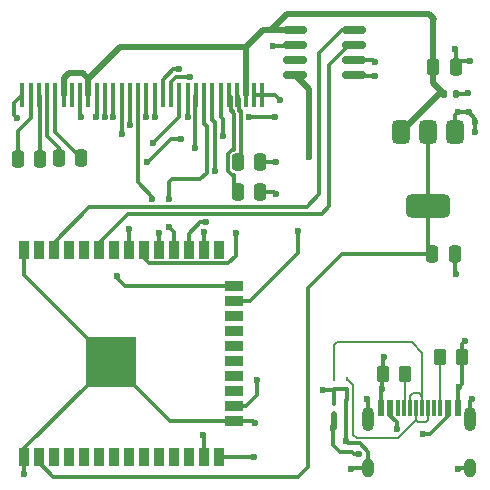
<source format=gbr>
%TF.GenerationSoftware,KiCad,Pcbnew,9.0.2*%
%TF.CreationDate,2025-07-27T17:27:23+05:30*%
%TF.ProjectId,smart_usb,736d6172-745f-4757-9362-2e6b69636164,rev?*%
%TF.SameCoordinates,Original*%
%TF.FileFunction,Copper,L1,Top*%
%TF.FilePolarity,Positive*%
%FSLAX46Y46*%
G04 Gerber Fmt 4.6, Leading zero omitted, Abs format (unit mm)*
G04 Created by KiCad (PCBNEW 9.0.2) date 2025-07-27 17:27:23*
%MOMM*%
%LPD*%
G01*
G04 APERTURE LIST*
G04 Aperture macros list*
%AMRoundRect*
0 Rectangle with rounded corners*
0 $1 Rounding radius*
0 $2 $3 $4 $5 $6 $7 $8 $9 X,Y pos of 4 corners*
0 Add a 4 corners polygon primitive as box body*
4,1,4,$2,$3,$4,$5,$6,$7,$8,$9,$2,$3,0*
0 Add four circle primitives for the rounded corners*
1,1,$1+$1,$2,$3*
1,1,$1+$1,$4,$5*
1,1,$1+$1,$6,$7*
1,1,$1+$1,$8,$9*
0 Add four rect primitives between the rounded corners*
20,1,$1+$1,$2,$3,$4,$5,0*
20,1,$1+$1,$4,$5,$6,$7,0*
20,1,$1+$1,$6,$7,$8,$9,0*
20,1,$1+$1,$8,$9,$2,$3,0*%
G04 Aperture macros list end*
%TA.AperFunction,SMDPad,CuDef*%
%ADD10RoundRect,0.375000X-0.375000X0.625000X-0.375000X-0.625000X0.375000X-0.625000X0.375000X0.625000X0*%
%TD*%
%TA.AperFunction,SMDPad,CuDef*%
%ADD11RoundRect,0.500000X-1.400000X0.500000X-1.400000X-0.500000X1.400000X-0.500000X1.400000X0.500000X0*%
%TD*%
%TA.AperFunction,SMDPad,CuDef*%
%ADD12RoundRect,0.250000X-0.250000X-0.475000X0.250000X-0.475000X0.250000X0.475000X-0.250000X0.475000X0*%
%TD*%
%TA.AperFunction,SMDPad,CuDef*%
%ADD13RoundRect,0.250000X-0.262500X-0.450000X0.262500X-0.450000X0.262500X0.450000X-0.262500X0.450000X0*%
%TD*%
%TA.AperFunction,SMDPad,CuDef*%
%ADD14R,0.600000X1.450000*%
%TD*%
%TA.AperFunction,SMDPad,CuDef*%
%ADD15R,0.300000X1.450000*%
%TD*%
%TA.AperFunction,HeatsinkPad*%
%ADD16O,1.000000X2.100000*%
%TD*%
%TA.AperFunction,HeatsinkPad*%
%ADD17O,1.000000X1.600000*%
%TD*%
%TA.AperFunction,SMDPad,CuDef*%
%ADD18RoundRect,0.147500X0.147500X0.172500X-0.147500X0.172500X-0.147500X-0.172500X0.147500X-0.172500X0*%
%TD*%
%TA.AperFunction,SMDPad,CuDef*%
%ADD19R,0.400000X2.000000*%
%TD*%
%TA.AperFunction,SMDPad,CuDef*%
%ADD20RoundRect,0.062500X0.062500X-0.117500X0.062500X0.117500X-0.062500X0.117500X-0.062500X-0.117500X0*%
%TD*%
%TA.AperFunction,SMDPad,CuDef*%
%ADD21RoundRect,0.150000X0.825000X0.150000X-0.825000X0.150000X-0.825000X-0.150000X0.825000X-0.150000X0*%
%TD*%
%TA.AperFunction,SMDPad,CuDef*%
%ADD22R,0.900000X1.500000*%
%TD*%
%TA.AperFunction,SMDPad,CuDef*%
%ADD23R,1.500000X0.900000*%
%TD*%
%TA.AperFunction,SMDPad,CuDef*%
%ADD24R,1.050000X1.050000*%
%TD*%
%TA.AperFunction,HeatsinkPad*%
%ADD25C,0.600000*%
%TD*%
%TA.AperFunction,HeatsinkPad*%
%ADD26R,4.200000X4.200000*%
%TD*%
%TA.AperFunction,SMDPad,CuDef*%
%ADD27RoundRect,0.062500X-0.062500X0.117500X-0.062500X-0.117500X0.062500X-0.117500X0.062500X0.117500X0*%
%TD*%
%TA.AperFunction,SMDPad,CuDef*%
%ADD28RoundRect,0.250000X0.262500X0.450000X-0.262500X0.450000X-0.262500X-0.450000X0.262500X-0.450000X0*%
%TD*%
%TA.AperFunction,ViaPad*%
%ADD29C,0.600000*%
%TD*%
%TA.AperFunction,Conductor*%
%ADD30C,0.300000*%
%TD*%
%TA.AperFunction,Conductor*%
%ADD31C,0.500000*%
%TD*%
%TA.AperFunction,Conductor*%
%ADD32C,0.200000*%
%TD*%
G04 APERTURE END LIST*
D10*
%TO.P,U2,1,ADJ*%
%TO.N,GND*%
X221250000Y-61100000D03*
%TO.P,U2,2,VO*%
%TO.N,+3.3V*%
X218950000Y-61100000D03*
D11*
X218950000Y-67400000D03*
D10*
%TO.P,U2,3,VI*%
%TO.N,+5V*%
X216650000Y-61100000D03*
%TD*%
D12*
%TO.P,C2,1*%
%TO.N,+3.3V*%
X219300000Y-71450000D03*
%TO.P,C2,2*%
%TO.N,GND*%
X221200000Y-71450000D03*
%TD*%
D13*
%TO.P,R2,1*%
%TO.N,Net-(J1-CC2)*%
X219987500Y-80200000D03*
%TO.P,R2,2*%
%TO.N,GND*%
X221812500Y-80200000D03*
%TD*%
D14*
%TO.P,J1,A1,GND*%
%TO.N,GND*%
X214950000Y-84505000D03*
%TO.P,J1,A4,VBUS*%
%TO.N,VBUS*%
X215750000Y-84505000D03*
D15*
%TO.P,J1,A5,CC1*%
%TO.N,Net-(J1-CC1)*%
X216950000Y-84505000D03*
%TO.P,J1,A6,D+*%
%TO.N,Net-(D2-A2)*%
X217950000Y-84505000D03*
%TO.P,J1,A7,D-*%
%TO.N,Net-(D3-A2)*%
X218450000Y-84505000D03*
%TO.P,J1,A8,SBU1*%
%TO.N,unconnected-(J1-SBU1-PadA8)*%
X219450000Y-84505000D03*
D14*
%TO.P,J1,A9,VBUS*%
%TO.N,VBUS*%
X220650000Y-84505000D03*
%TO.P,J1,A12,GND*%
%TO.N,GND*%
X221450000Y-84505000D03*
%TO.P,J1,B1,GND*%
X221450000Y-84505000D03*
%TO.P,J1,B4,VBUS*%
%TO.N,VBUS*%
X220650000Y-84505000D03*
D15*
%TO.P,J1,B5,CC2*%
%TO.N,Net-(J1-CC2)*%
X219950000Y-84505000D03*
%TO.P,J1,B6,D+*%
%TO.N,Net-(D2-A2)*%
X218950000Y-84505000D03*
%TO.P,J1,B7,D-*%
%TO.N,Net-(D3-A2)*%
X217450000Y-84505000D03*
%TO.P,J1,B8,SBU2*%
%TO.N,unconnected-(J1-SBU2-PadB8)*%
X216450000Y-84505000D03*
D14*
%TO.P,J1,B9,VBUS*%
%TO.N,VBUS*%
X215750000Y-84505000D03*
%TO.P,J1,B12,GND*%
%TO.N,GND*%
X214950000Y-84505000D03*
D16*
%TO.P,J1,S1,SHIELD*%
X213880000Y-85420000D03*
D17*
X213880000Y-89600000D03*
D16*
X222520000Y-85420000D03*
D17*
X222520000Y-89600000D03*
%TD*%
D18*
%TO.P,D1,1,K*%
%TO.N,GND*%
X221285000Y-57900000D03*
%TO.P,D1,2,A*%
%TO.N,+5V*%
X220315000Y-57900000D03*
%TD*%
D12*
%TO.P,C5,1*%
%TO.N,Net-(DS1-VCOMH)*%
X202850000Y-63700000D03*
%TO.P,C5,2*%
%TO.N,GND*%
X204750000Y-63700000D03*
%TD*%
D19*
%TO.P,DS1,1,GND*%
%TO.N,GND*%
X184600000Y-57995000D03*
%TO.P,DS1,2,C2N*%
%TO.N,Net-(DS1-C2N)*%
X185300000Y-57995000D03*
%TO.P,DS1,3,C2P*%
%TO.N,Net-(DS1-C2P)*%
X186000000Y-57995000D03*
%TO.P,DS1,4,C1P*%
%TO.N,Net-(DS1-C1P)*%
X186700000Y-57995000D03*
%TO.P,DS1,5,C1N*%
%TO.N,Net-(DS1-C1N)*%
X187400000Y-57995000D03*
%TO.P,DS1,6,VBAT*%
%TO.N,+5V*%
X188100000Y-57995000D03*
%TO.P,DS1,7,NC*%
%TO.N,unconnected-(DS1-NC-Pad7)*%
X188800000Y-57995000D03*
%TO.P,DS1,8,VSS*%
%TO.N,GND*%
X189500000Y-57995000D03*
%TO.P,DS1,9,VDD*%
%TO.N,+5V*%
X190200000Y-57995000D03*
%TO.P,DS1,10,BS0*%
%TO.N,GND*%
X190900000Y-57995000D03*
%TO.P,DS1,11,BS1*%
X191600000Y-57995000D03*
%TO.P,DS1,12,BS2*%
X192300000Y-57995000D03*
%TO.P,DS1,13,~{CS}*%
%TO.N,Net-(DS1-~{CS})*%
X193000000Y-57995000D03*
%TO.P,DS1,14,~{RES}*%
%TO.N,Net-(DS1-~{RES})*%
X193700000Y-57995000D03*
%TO.P,DS1,15,D/~{C}*%
%TO.N,Net-(DS1-D{slash}~{C})*%
X194400000Y-57995000D03*
%TO.P,DS1,16,R/~{W}*%
%TO.N,GND*%
X195100000Y-57995000D03*
%TO.P,DS1,17,E/~{RD}*%
X195800000Y-57995000D03*
%TO.P,DS1,18,D0*%
%TO.N,Net-(DS1-D0)*%
X196500000Y-57995000D03*
%TO.P,DS1,19,D1*%
%TO.N,Net-(DS1-D1)*%
X197200000Y-57995000D03*
%TO.P,DS1,20,D2*%
%TO.N,Net-(DS1-D2)*%
X197900000Y-57995000D03*
%TO.P,DS1,21,D3*%
%TO.N,Net-(DS1-D3)*%
X198600000Y-57995000D03*
%TO.P,DS1,22,D4*%
%TO.N,Net-(DS1-D4)*%
X199300000Y-57995000D03*
%TO.P,DS1,23,D5*%
%TO.N,Net-(DS1-D5)*%
X200000000Y-57995000D03*
%TO.P,DS1,24,D6*%
%TO.N,Net-(DS1-D6)*%
X200700000Y-57995000D03*
%TO.P,DS1,25,D7*%
%TO.N,Net-(DS1-D7)*%
X201400000Y-57995000D03*
%TO.P,DS1,26,IREF*%
%TO.N,Net-(DS1-IREF)*%
X202100000Y-57995000D03*
%TO.P,DS1,27,VCOMH*%
%TO.N,Net-(DS1-VCOMH)*%
X202800000Y-57995000D03*
%TO.P,DS1,28,VCC*%
%TO.N,+5V*%
X203500000Y-57995000D03*
%TO.P,DS1,29,VLSS*%
%TO.N,GND*%
X204200000Y-57995000D03*
%TO.P,DS1,30,GND*%
X204900000Y-57995000D03*
%TD*%
D20*
%TO.P,D4,1,A1*%
%TO.N,GND*%
X211000000Y-84152500D03*
%TO.P,D4,2,A2*%
%TO.N,VBUS*%
X211000000Y-84992500D03*
%TD*%
D21*
%TO.P,U1,1,A1*%
%TO.N,GND*%
X212675000Y-56305000D03*
%TO.P,U1,2,A0*%
X212675000Y-55035000D03*
%TO.P,U1,3,SDA*%
%TO.N,SDA*%
X212675000Y-53765000D03*
%TO.P,U1,4,SCL*%
%TO.N,SCL*%
X212675000Y-52495000D03*
%TO.P,U1,5,VS*%
%TO.N,+5V*%
X207725000Y-52495000D03*
%TO.P,U1,6,GND*%
%TO.N,GND*%
X207725000Y-53765000D03*
%TO.P,U1,7,IN-*%
%TO.N,VBUS_FEMALE*%
X207725000Y-55035000D03*
%TO.P,U1,8,IN+*%
%TO.N,VBUS*%
X207725000Y-56305000D03*
%TD*%
D22*
%TO.P,U3,1,GND*%
%TO.N,GND*%
X184735000Y-88645000D03*
%TO.P,U3,2,VDD*%
%TO.N,+3.3V*%
X186005000Y-88645000D03*
%TO.P,U3,3,EN*%
%TO.N,unconnected-(U3-EN-Pad3)*%
X187275000Y-88645000D03*
%TO.P,U3,4,SENSOR_VP*%
%TO.N,unconnected-(U3-SENSOR_VP-Pad4)*%
X188545000Y-88645000D03*
%TO.P,U3,5,SENSOR_VN*%
%TO.N,unconnected-(U3-SENSOR_VN-Pad5)*%
X189815000Y-88645000D03*
%TO.P,U3,6,IO34*%
%TO.N,unconnected-(U3-IO34-Pad6)*%
X191085000Y-88645000D03*
%TO.P,U3,7,IO35*%
%TO.N,unconnected-(U3-IO35-Pad7)*%
X192355000Y-88645000D03*
%TO.P,U3,8,IO32*%
%TO.N,unconnected-(U3-IO32-Pad8)*%
X193625000Y-88645000D03*
%TO.P,U3,9,IO33*%
%TO.N,unconnected-(U3-IO33-Pad9)*%
X194895000Y-88645000D03*
%TO.P,U3,10,IO25*%
%TO.N,unconnected-(U3-IO25-Pad10)*%
X196165000Y-88645000D03*
%TO.P,U3,11,IO26*%
%TO.N,unconnected-(U3-IO26-Pad11)*%
X197435000Y-88645000D03*
%TO.P,U3,12,IO27*%
%TO.N,unconnected-(U3-IO27-Pad12)*%
X198705000Y-88645000D03*
%TO.P,U3,13,IO14*%
%TO.N,Net-(DS1-D2)*%
X199975000Y-88645000D03*
%TO.P,U3,14,IO12*%
%TO.N,Net-(DS1-D0)*%
X201245000Y-88645000D03*
D23*
%TO.P,U3,15,GND*%
%TO.N,GND*%
X202495000Y-85605000D03*
%TO.P,U3,16,IO13*%
%TO.N,Net-(DS1-D1)*%
X202495000Y-84335000D03*
%TO.P,U3,17,SHD/SD2*%
%TO.N,unconnected-(U3-SHD{slash}SD2-Pad17)*%
X202495000Y-83065000D03*
%TO.P,U3,18,SWP/SD3*%
%TO.N,unconnected-(U3-SWP{slash}SD3-Pad18)*%
X202495000Y-81795000D03*
%TO.P,U3,19,SCS/CMD*%
%TO.N,unconnected-(U3-SCS{slash}CMD-Pad19)*%
X202495000Y-80525000D03*
%TO.P,U3,20,SCK/CLK*%
%TO.N,unconnected-(U3-SCK{slash}CLK-Pad20)*%
X202495000Y-79255000D03*
%TO.P,U3,21,SDO/SD0*%
%TO.N,unconnected-(U3-SDO{slash}SD0-Pad21)*%
X202495000Y-77985000D03*
%TO.P,U3,22,SDI/SD1*%
%TO.N,unconnected-(U3-SDI{slash}SD1-Pad22)*%
X202495000Y-76715000D03*
%TO.P,U3,23,IO15*%
%TO.N,Net-(DS1-D3)*%
X202495000Y-75445000D03*
%TO.P,U3,24,IO2*%
%TO.N,Net-(DS1-~{CS})*%
X202495000Y-74175000D03*
D22*
%TO.P,U3,25,IO0*%
%TO.N,unconnected-(U3-IO0-Pad25)*%
X201245000Y-71145000D03*
%TO.P,U3,26,IO4*%
%TO.N,Net-(DS1-~{RES})*%
X199975000Y-71145000D03*
%TO.P,U3,27,IO16*%
%TO.N,Net-(DS1-D4)*%
X198705000Y-71145000D03*
%TO.P,U3,28,IO17*%
%TO.N,Net-(DS1-D5)*%
X197435000Y-71145000D03*
%TO.P,U3,29,IO5*%
%TO.N,Net-(DS1-D{slash}~{C})*%
X196165000Y-71145000D03*
%TO.P,U3,30,IO18*%
%TO.N,Net-(DS1-D6)*%
X194895000Y-71145000D03*
%TO.P,U3,31,IO19*%
%TO.N,Net-(DS1-D7)*%
X193625000Y-71145000D03*
%TO.P,U3,32,NC*%
%TO.N,unconnected-(U3-NC-Pad32)*%
X192355000Y-71145000D03*
%TO.P,U3,33,IO21*%
%TO.N,SDA*%
X191085000Y-71145000D03*
%TO.P,U3,34,RXD0/IO3*%
%TO.N,unconnected-(U3-RXD0{slash}IO3-Pad34)*%
X189815000Y-71145000D03*
%TO.P,U3,35,TXD0/IO1*%
%TO.N,unconnected-(U3-TXD0{slash}IO1-Pad35)*%
X188545000Y-71145000D03*
%TO.P,U3,36,IO22*%
%TO.N,SCL*%
X187275000Y-71145000D03*
%TO.P,U3,37,IO23*%
%TO.N,unconnected-(U3-IO23-Pad37)*%
X186005000Y-71145000D03*
%TO.P,U3,38,GND*%
%TO.N,GND*%
X184735000Y-71145000D03*
D24*
%TO.P,U3,39,GND*%
X190550000Y-82100000D03*
D25*
X191312500Y-82100000D03*
D24*
X192075000Y-82100000D03*
D25*
X192837500Y-82100000D03*
D24*
X193600000Y-82100000D03*
D25*
X190550000Y-81337500D03*
X192075000Y-81337500D03*
X193600000Y-81337500D03*
D24*
X190550000Y-80575000D03*
D25*
X191312500Y-80575000D03*
D24*
X192075000Y-80575000D03*
D26*
X192075000Y-80575000D03*
D25*
X192837500Y-80575000D03*
D24*
X193600000Y-80575000D03*
D25*
X190550000Y-79812500D03*
X192075000Y-79812500D03*
X193600000Y-79812500D03*
D24*
X190550000Y-79050000D03*
D25*
X191312500Y-79050000D03*
D24*
X192075000Y-79050000D03*
D25*
X192837500Y-79050000D03*
D24*
X193600000Y-79050000D03*
%TD*%
D27*
%TO.P,D3,1,A1*%
%TO.N,GND*%
X211000000Y-82847500D03*
%TO.P,D3,2,A2*%
%TO.N,Net-(D3-A2)*%
X211000000Y-82007500D03*
%TD*%
D12*
%TO.P,R3,1*%
%TO.N,Net-(DS1-IREF)*%
X202850000Y-66200000D03*
%TO.P,R3,2*%
%TO.N,GND*%
X204750000Y-66200000D03*
%TD*%
D27*
%TO.P,D2,1,A1*%
%TO.N,GND*%
X212050000Y-82847500D03*
%TO.P,D2,2,A2*%
%TO.N,Net-(D2-A2)*%
X212050000Y-82007500D03*
%TD*%
D12*
%TO.P,C3,1*%
%TO.N,Net-(DS1-C2N)*%
X184200000Y-63400000D03*
%TO.P,C3,2*%
%TO.N,Net-(DS1-C2P)*%
X186100000Y-63400000D03*
%TD*%
D28*
%TO.P,R1,1*%
%TO.N,Net-(J1-CC1)*%
X216962500Y-81600000D03*
%TO.P,R1,2*%
%TO.N,GND*%
X215137500Y-81600000D03*
%TD*%
D12*
%TO.P,C4,1*%
%TO.N,Net-(DS1-C1P)*%
X187700000Y-63300000D03*
%TO.P,C4,2*%
%TO.N,Net-(DS1-C1N)*%
X189600000Y-63300000D03*
%TD*%
%TO.P,C1,1*%
%TO.N,+5V*%
X219400000Y-55600000D03*
%TO.P,C1,2*%
%TO.N,GND*%
X221300000Y-55600000D03*
%TD*%
D29*
%TO.N,GND*%
X222700000Y-83750000D03*
X195850000Y-59850000D03*
X222500000Y-55100000D03*
X212020380Y-87310380D03*
X214450000Y-56350000D03*
X221500000Y-59450000D03*
X205800000Y-53850000D03*
X192300000Y-59850000D03*
X184735000Y-90075000D03*
X190800000Y-59850000D03*
X221550000Y-82750000D03*
X214450000Y-55200000D03*
X191600000Y-59850000D03*
X222950000Y-61150000D03*
X212450000Y-89700000D03*
X222050000Y-78800000D03*
X222400000Y-59450000D03*
X221200000Y-54100000D03*
X189550000Y-59850000D03*
X210100000Y-82950000D03*
X204300000Y-85750000D03*
X222300000Y-57850000D03*
X221300000Y-73150000D03*
X195050000Y-59850000D03*
X222950000Y-60250000D03*
X206100000Y-63700000D03*
X215050000Y-82900000D03*
X213750000Y-83750000D03*
X206400000Y-58400000D03*
X215200000Y-80200000D03*
X206050000Y-66350000D03*
X221500000Y-89650000D03*
X184150000Y-59950000D03*
%TO.N,VBUS*%
X210925000Y-86225000D03*
X216291735Y-86291735D03*
X213100000Y-88350000D03*
X208875000Y-63250000D03*
X218550000Y-86725000D03*
%TO.N,Net-(DS1-D7)*%
X201550000Y-61500000D03*
X193600000Y-69350000D03*
X198050000Y-61750000D03*
X195179346Y-63700000D03*
%TO.N,Net-(DS1-D3)*%
X206000000Y-59850000D03*
X198600000Y-59850000D03*
X207950000Y-69550000D03*
X203800000Y-59850000D03*
%TO.N,Net-(DS1-~{RES})*%
X200000000Y-69600000D03*
X193700000Y-60500000D03*
%TO.N,Net-(DS1-D{slash}~{C})*%
X196150000Y-69650000D03*
X195600000Y-66800000D03*
%TO.N,Net-(DS1-D2)*%
X195700000Y-62050000D03*
X199900000Y-86800000D03*
%TO.N,Net-(DS1-D0)*%
X197900000Y-55800000D03*
X204175000Y-88650000D03*
%TO.N,Net-(DS1-D6)*%
X200900000Y-64450000D03*
X202700000Y-69700000D03*
%TO.N,Net-(DS1-~{CS})*%
X192650000Y-73350000D03*
X193000000Y-61300000D03*
%TO.N,Net-(DS1-D1)*%
X204450000Y-82100000D03*
X198800000Y-56494998D03*
%TO.N,Net-(DS1-D4)*%
X199250000Y-62500000D03*
X200109620Y-68790380D03*
%TO.N,Net-(DS1-D5)*%
X197050000Y-66800000D03*
X197050000Y-69200000D03*
%TD*%
D30*
%TO.N,GND*%
X184735000Y-71145000D02*
X184735000Y-73235000D01*
X195800000Y-59800000D02*
X195850000Y-59850000D01*
X184735000Y-87915000D02*
X190550000Y-82100000D01*
X183900000Y-59700000D02*
X183900000Y-58695000D01*
X213880000Y-88209346D02*
X213880000Y-89600000D01*
X191600000Y-57995000D02*
X191600000Y-59850000D01*
X202495000Y-85605000D02*
X197105000Y-85605000D01*
X222520000Y-83930000D02*
X222700000Y-83750000D01*
X189500000Y-57995000D02*
X189500000Y-59800000D01*
X221812500Y-80200000D02*
X221812500Y-79037500D01*
X221300000Y-54200000D02*
X221200000Y-54100000D01*
X221200000Y-73050000D02*
X221300000Y-73150000D01*
X205800000Y-53850000D02*
X207640000Y-53850000D01*
X211000000Y-84152500D02*
X211000000Y-82847500D01*
X222400000Y-59450000D02*
X221500000Y-59450000D01*
X184735000Y-90075000D02*
X184735000Y-88645000D01*
X195100000Y-59800000D02*
X195050000Y-59850000D01*
X221550000Y-89600000D02*
X221500000Y-89650000D01*
X207640000Y-53850000D02*
X207725000Y-53765000D01*
X222950000Y-60000000D02*
X222400000Y-59450000D01*
X213750000Y-83750000D02*
X213800000Y-83750000D01*
X204750000Y-66200000D02*
X205900000Y-66200000D01*
X212000000Y-83830000D02*
X212050000Y-83780000D01*
X190900000Y-57995000D02*
X190900000Y-59750000D01*
X214950000Y-84505000D02*
X214950000Y-83000000D01*
X212211000Y-87501000D02*
X213171654Y-87501000D01*
X189500000Y-59800000D02*
X189550000Y-59850000D01*
X213171654Y-87501000D02*
X213880000Y-88209346D01*
X204750000Y-63700000D02*
X206100000Y-63700000D01*
X221812500Y-79037500D02*
X222050000Y-78800000D01*
X222250000Y-57900000D02*
X222300000Y-57850000D01*
X205995000Y-57995000D02*
X204900000Y-57995000D01*
X221450000Y-82850000D02*
X221550000Y-82750000D01*
X204200000Y-57995000D02*
X204900000Y-57995000D01*
X221285000Y-57900000D02*
X222250000Y-57900000D01*
X212050000Y-82847500D02*
X211000000Y-82847500D01*
X204155000Y-85605000D02*
X204300000Y-85750000D01*
X212000000Y-87290000D02*
X212000000Y-83830000D01*
X197105000Y-85605000D02*
X193600000Y-82100000D01*
X184735000Y-73235000D02*
X190550000Y-79050000D01*
X221812500Y-80200000D02*
X221812500Y-82487500D01*
X222520000Y-89600000D02*
X221550000Y-89600000D01*
X205900000Y-66200000D02*
X206050000Y-66350000D01*
X215050000Y-81687500D02*
X215137500Y-81600000D01*
X190900000Y-59750000D02*
X190800000Y-59850000D01*
X210100000Y-82950000D02*
X210897500Y-82950000D01*
X215137500Y-80262500D02*
X215200000Y-80200000D01*
X206400000Y-58400000D02*
X205995000Y-57995000D01*
X214950000Y-83000000D02*
X215050000Y-82900000D01*
X221250000Y-61100000D02*
X221250000Y-59700000D01*
X184150000Y-59950000D02*
X183900000Y-59700000D01*
X222500000Y-55100000D02*
X221800000Y-55100000D01*
X221450000Y-84505000D02*
X221450000Y-82850000D01*
X192300000Y-57995000D02*
X192300000Y-59850000D01*
X221200000Y-71450000D02*
X221200000Y-73050000D01*
X221800000Y-55100000D02*
X221300000Y-55600000D01*
X215137500Y-81600000D02*
X215137500Y-80262500D01*
X212720000Y-56350000D02*
X212675000Y-56305000D01*
X212675000Y-55035000D02*
X214285000Y-55035000D01*
X213880000Y-89600000D02*
X212550000Y-89600000D01*
X195100000Y-57995000D02*
X195100000Y-59800000D01*
X222520000Y-85420000D02*
X222520000Y-83930000D01*
X212550000Y-89600000D02*
X212450000Y-89700000D01*
X221250000Y-59700000D02*
X221500000Y-59450000D01*
X183900000Y-58695000D02*
X184600000Y-57995000D01*
X210897500Y-82950000D02*
X211000000Y-82847500D01*
X202495000Y-85605000D02*
X204155000Y-85605000D01*
X221812500Y-82487500D02*
X221550000Y-82750000D01*
X184735000Y-88645000D02*
X184735000Y-87915000D01*
X212020380Y-87310380D02*
X212000000Y-87290000D01*
X222950000Y-60250000D02*
X222950000Y-60000000D01*
X213880000Y-83830000D02*
X213880000Y-85420000D01*
X213800000Y-83750000D02*
X213880000Y-83830000D01*
X195800000Y-57995000D02*
X195800000Y-59800000D01*
X215050000Y-82900000D02*
X215050000Y-81687500D01*
X212020380Y-87310380D02*
X212211000Y-87501000D01*
X214285000Y-55035000D02*
X214450000Y-55200000D01*
X221300000Y-55600000D02*
X221300000Y-54200000D01*
X214450000Y-56350000D02*
X212720000Y-56350000D01*
X222950000Y-61150000D02*
X222950000Y-60250000D01*
X212050000Y-83780000D02*
X212050000Y-82847500D01*
D31*
%TO.N,+5V*%
X219400000Y-51600000D02*
X219400000Y-55600000D01*
X192850000Y-53950000D02*
X203500000Y-53950000D01*
X219400000Y-56985000D02*
X220315000Y-57900000D01*
X205650000Y-52495000D02*
X207725000Y-52495000D01*
X188100000Y-57995000D02*
X188100000Y-56550000D01*
X203500000Y-53950000D02*
X204955000Y-52495000D01*
X189700000Y-56100000D02*
X190200000Y-56600000D01*
X206994000Y-51151000D02*
X219051000Y-51151000D01*
X219850000Y-57900000D02*
X220315000Y-57900000D01*
X188550000Y-56100000D02*
X189700000Y-56100000D01*
X190200000Y-56600000D02*
X192850000Y-53950000D01*
X219400000Y-55600000D02*
X219400000Y-56985000D01*
X205650000Y-52495000D02*
X206994000Y-51151000D01*
X216650000Y-61100000D02*
X219850000Y-57900000D01*
X219051000Y-51151000D02*
X219450000Y-51550000D01*
X190200000Y-56600000D02*
X190200000Y-57995000D01*
X188100000Y-56550000D02*
X188550000Y-56100000D01*
X203500000Y-57995000D02*
X203500000Y-53950000D01*
X219450000Y-51550000D02*
X219400000Y-51600000D01*
X204955000Y-52495000D02*
X205650000Y-52495000D01*
D30*
%TO.N,+3.3V*%
X218950000Y-71100000D02*
X219300000Y-71450000D01*
X187200000Y-90300000D02*
X186005000Y-89105000D01*
X218950000Y-67400000D02*
X218950000Y-71100000D01*
X208750000Y-74350000D02*
X208750000Y-89450000D01*
X186005000Y-89105000D02*
X186005000Y-88645000D01*
X211650000Y-71450000D02*
X208750000Y-74350000D01*
X218950000Y-61100000D02*
X218950000Y-67400000D01*
X219300000Y-71450000D02*
X211650000Y-71450000D01*
X207900000Y-90300000D02*
X187200000Y-90300000D01*
X208750000Y-89450000D02*
X207900000Y-90300000D01*
%TO.N,Net-(DS1-C2N)*%
X185300000Y-57995000D02*
X185300000Y-59925000D01*
X184200000Y-61025000D02*
X184200000Y-63400000D01*
X185300000Y-59925000D02*
X184200000Y-61025000D01*
%TO.N,Net-(DS1-C2P)*%
X186100000Y-58095000D02*
X186000000Y-57995000D01*
X186100000Y-63400000D02*
X186100000Y-58095000D01*
%TO.N,Net-(DS1-C1P)*%
X186700000Y-57995000D02*
X186700000Y-61450000D01*
X186700000Y-61450000D02*
X187700000Y-62450000D01*
X187700000Y-62450000D02*
X187700000Y-63300000D01*
%TO.N,Net-(DS1-C1N)*%
X189600000Y-63300000D02*
X187400000Y-61100000D01*
X187400000Y-61100000D02*
X187400000Y-57995000D01*
%TO.N,Net-(DS1-VCOMH)*%
X202850000Y-63700000D02*
X203150000Y-63400000D01*
X202949000Y-59346000D02*
X202949000Y-58293942D01*
X202899000Y-58094000D02*
X202800000Y-57995000D01*
X203150000Y-59346000D02*
X202949000Y-59346000D01*
X202899000Y-58243942D02*
X202899000Y-58094000D01*
X203150000Y-63400000D02*
X203150000Y-59346000D01*
X202949000Y-58293942D02*
X202899000Y-58243942D01*
D32*
%TO.N,Net-(D2-A2)*%
X218782000Y-85650000D02*
X218100000Y-85650000D01*
X217950000Y-85500000D02*
X217950000Y-84505000D01*
X212900000Y-87050000D02*
X212600000Y-86750000D01*
X218100000Y-85650000D02*
X217950000Y-85500000D01*
X218950000Y-84505000D02*
X218950000Y-85482000D01*
X216382000Y-87050000D02*
X212900000Y-87050000D01*
X217950000Y-85482000D02*
X216382000Y-87050000D01*
X212600000Y-86750000D02*
X212600000Y-82557500D01*
X212600000Y-82557500D02*
X212050000Y-82007500D01*
X217950000Y-84505000D02*
X217950000Y-85482000D01*
X218950000Y-85482000D02*
X218782000Y-85650000D01*
%TO.N,Net-(D3-A2)*%
X211000000Y-79200000D02*
X211000000Y-82007500D01*
X218172000Y-83250000D02*
X217700000Y-83250000D01*
X211250000Y-78950000D02*
X211000000Y-79200000D01*
X217600000Y-78950000D02*
X211250000Y-78950000D01*
X218450000Y-84505000D02*
X218450000Y-83528000D01*
X218450000Y-79800000D02*
X217600000Y-78950000D01*
X217450000Y-83500000D02*
X217450000Y-84505000D01*
X218450000Y-83528000D02*
X218172000Y-83250000D01*
X217700000Y-83250000D02*
X217450000Y-83500000D01*
X218450000Y-84505000D02*
X218450000Y-79800000D01*
D30*
%TO.N,VBUS*%
X213100000Y-88350000D02*
X212720000Y-88350000D01*
X212550000Y-88180000D02*
X211500000Y-88180000D01*
X220650000Y-84505000D02*
X220650000Y-85175000D01*
X220650000Y-85175000D02*
X219100000Y-86725000D01*
X210925000Y-87605000D02*
X210925000Y-86225000D01*
X215750000Y-84505000D02*
X215750000Y-85175000D01*
X211500000Y-88180000D02*
X210925000Y-87605000D01*
D31*
X211000000Y-86150000D02*
X210925000Y-86225000D01*
D30*
X219100000Y-86725000D02*
X218550000Y-86725000D01*
D31*
X207725000Y-56305000D02*
X208875000Y-57455000D01*
D30*
X212720000Y-88350000D02*
X212550000Y-88180000D01*
D31*
X208875000Y-57455000D02*
X208875000Y-63250000D01*
X211000000Y-84992500D02*
X211000000Y-86150000D01*
D30*
X215750000Y-85175000D02*
X216291735Y-85716735D01*
X216291735Y-85716735D02*
X216291735Y-86291735D01*
%TO.N,Net-(DS1-IREF)*%
X202500000Y-59605521D02*
X202448000Y-59553521D01*
X202344130Y-64776000D02*
X201999000Y-64430870D01*
X202500000Y-65850000D02*
X202500000Y-64776000D01*
X202249000Y-58144000D02*
X202100000Y-57995000D01*
X202249000Y-59346000D02*
X202249000Y-58144000D01*
X202448000Y-59553521D02*
X202448000Y-59346000D01*
X202448000Y-59346000D02*
X202249000Y-59346000D01*
X202344130Y-62624000D02*
X202500000Y-62624000D01*
X202850000Y-66200000D02*
X202500000Y-65850000D01*
X202500000Y-62624000D02*
X202500000Y-59605521D01*
X201999000Y-62969130D02*
X202344130Y-62624000D01*
X201999000Y-64430870D02*
X201999000Y-62969130D01*
X202500000Y-64776000D02*
X202344130Y-64776000D01*
%TO.N,Net-(DS1-D7)*%
X201550000Y-60000000D02*
X201550000Y-61500000D01*
X195179346Y-63700000D02*
X195250000Y-63700000D01*
X201400000Y-59850000D02*
X201400000Y-57995000D01*
X195250000Y-63700000D02*
X197200000Y-61750000D01*
X193625000Y-69375000D02*
X193600000Y-69350000D01*
X201400000Y-59850000D02*
X201550000Y-60000000D01*
X197200000Y-61750000D02*
X198050000Y-61750000D01*
X193625000Y-71145000D02*
X193625000Y-69375000D01*
%TO.N,Net-(DS1-D3)*%
X206000000Y-59850000D02*
X203800000Y-59850000D01*
X198600000Y-57995000D02*
X198600000Y-59850000D01*
X207950000Y-71408521D02*
X207950000Y-69550000D01*
X202495000Y-75445000D02*
X203913521Y-75445000D01*
X203913521Y-75445000D02*
X207950000Y-71408521D01*
%TO.N,Net-(DS1-~{RES})*%
X199975000Y-69625000D02*
X200000000Y-69600000D01*
X193700000Y-60500000D02*
X193700000Y-57995000D01*
X199975000Y-71145000D02*
X199975000Y-69625000D01*
%TO.N,Net-(DS1-D{slash}~{C})*%
X196165000Y-69665000D02*
X196150000Y-69650000D01*
X195600000Y-66800000D02*
X195600000Y-66600000D01*
X194400000Y-65400000D02*
X194400000Y-57995000D01*
X195600000Y-66600000D02*
X194400000Y-65400000D01*
X196165000Y-71145000D02*
X196165000Y-69665000D01*
%TO.N,Net-(DS1-D2)*%
X199975000Y-86875000D02*
X199900000Y-86800000D01*
X195700000Y-62050000D02*
X197900000Y-59850000D01*
X197900000Y-59850000D02*
X197900000Y-57995000D01*
X199975000Y-88645000D02*
X199975000Y-86875000D01*
%TO.N,Net-(DS1-D0)*%
X196500000Y-57995000D02*
X196500000Y-56695000D01*
X196500000Y-56695000D02*
X197395000Y-55800000D01*
X204175000Y-88650000D02*
X204170000Y-88645000D01*
X204170000Y-88645000D02*
X201245000Y-88645000D01*
X197395000Y-55800000D02*
X197900000Y-55800000D01*
%TO.N,Net-(DS1-D6)*%
X202046000Y-72246000D02*
X202700000Y-71592000D01*
X200900000Y-64450000D02*
X200900000Y-60316137D01*
X195364000Y-72246000D02*
X202046000Y-72246000D01*
X200700000Y-60116137D02*
X200700000Y-57995000D01*
X202700000Y-71592000D02*
X202700000Y-69700000D01*
X200900000Y-60316137D02*
X200700000Y-60116137D01*
X194895000Y-71777000D02*
X195364000Y-72246000D01*
X194895000Y-71145000D02*
X194895000Y-71777000D01*
%TO.N,Net-(DS1-~{CS})*%
X193000000Y-57995000D02*
X193000000Y-61300000D01*
X193325000Y-74175000D02*
X202495000Y-74175000D01*
X192650000Y-73350000D02*
X192650000Y-73500000D01*
X192650000Y-73500000D02*
X193325000Y-74175000D01*
%TO.N,Net-(DS1-D1)*%
X197200000Y-57995000D02*
X197200000Y-56881346D01*
X204450000Y-83430000D02*
X204450000Y-82100000D01*
X197200000Y-56881346D02*
X197581346Y-56500000D01*
X197581346Y-56500000D02*
X198800000Y-56500000D01*
X202495000Y-84335000D02*
X203545000Y-84335000D01*
X198800000Y-56500000D02*
X198800000Y-56494998D01*
X203545000Y-84335000D02*
X204450000Y-83430000D01*
%TO.N,Net-(DS1-D4)*%
X198705000Y-69755000D02*
X198705000Y-71145000D01*
X199669620Y-68790380D02*
X198705000Y-69755000D01*
X199250000Y-58045000D02*
X199300000Y-57995000D01*
X199250000Y-62500000D02*
X199250000Y-58045000D01*
X200109620Y-68790380D02*
X199669620Y-68790380D01*
%TO.N,Net-(DS1-D5)*%
X197050000Y-66800000D02*
X197050000Y-65352000D01*
X197435000Y-71145000D02*
X197435000Y-69585000D01*
X197435000Y-69585000D02*
X197050000Y-69200000D01*
X199610327Y-65150000D02*
X200200000Y-64560327D01*
X197050000Y-65352000D02*
X197252000Y-65150000D01*
X200200000Y-60650000D02*
X200000000Y-60450000D01*
X200000000Y-60450000D02*
X200000000Y-57995000D01*
X200200000Y-64560327D02*
X200200000Y-60650000D01*
X197252000Y-65150000D02*
X199610327Y-65150000D01*
D32*
%TO.N,Net-(J1-CC2)*%
X219950000Y-80237500D02*
X219987500Y-80200000D01*
X219950000Y-84505000D02*
X219950000Y-80237500D01*
%TO.N,Net-(J1-CC1)*%
X216962500Y-81600000D02*
X216962500Y-84492500D01*
X216962500Y-84492500D02*
X216950000Y-84505000D01*
D30*
%TO.N,SCL*%
X187275000Y-70513000D02*
X187275000Y-71145000D01*
X211700001Y-52495000D02*
X209750000Y-54445001D01*
X212675000Y-52495000D02*
X211700001Y-52495000D01*
X209750000Y-54445001D02*
X209750000Y-66400000D01*
X190288000Y-67500000D02*
X187275000Y-70513000D01*
X208702000Y-67500000D02*
X208702000Y-67448000D01*
X208702000Y-67448000D02*
X209750000Y-66400000D01*
X208702000Y-67500000D02*
X190288000Y-67500000D01*
%TO.N,SDA*%
X210600000Y-55422322D02*
X210600000Y-67400000D01*
X210600000Y-67400000D02*
X209950000Y-68050000D01*
X212675000Y-53765000D02*
X212257322Y-53765000D01*
X209950000Y-68050000D02*
X193548000Y-68050000D01*
X193548000Y-68050000D02*
X191085000Y-70513000D01*
X212257322Y-53765000D02*
X210600000Y-55422322D01*
X191085000Y-70513000D02*
X191085000Y-71145000D01*
%TD*%
M02*

</source>
